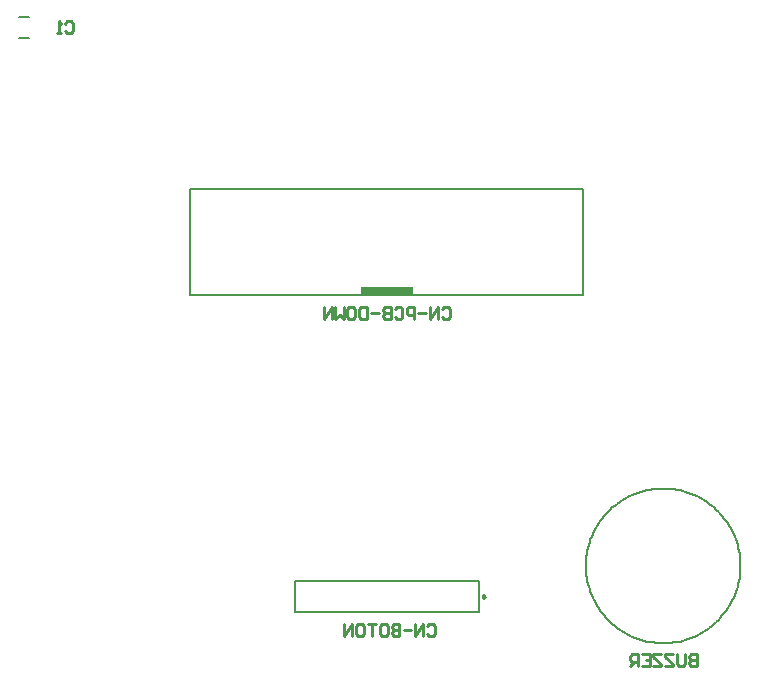
<source format=gbo>
%FSTAX23Y23*%
%MOIN*%
%SFA1B1*%

%IPPOS*%
%ADD10C,0.007870*%
%ADD12C,0.010000*%
%ADD29C,0.005910*%
%ADD30C,0.009840*%
%ADD31R,0.177170X0.031500*%
%LNpcb_front-1*%
%LPD*%
G54D10*
X02623Y01791D02*
Y02145D01*
X01313Y01791D02*
X02623D01*
X01313Y02145D02*
X02623D01*
X01313Y01791D02*
Y02145D01*
X01662Y00734D02*
Y0084D01*
X02274*
Y00734D02*
Y0084D01*
X01662Y00734D02*
X02274D01*
X00743Y0265D02*
X00776D01*
X00743Y02719D02*
X00776D01*
G54D12*
X02152Y01745D02*
X02158Y01751D01*
X02171*
X02178Y01745*
Y01719*
X02171Y01712*
X02158*
X02152Y01719*
X02139Y01712D02*
Y01751D01*
X02112Y01712*
Y01751*
X02099Y01732D02*
X02073D01*
X0206Y01712D02*
Y01751D01*
X0204*
X02034Y01745*
Y01732*
X0204Y01725*
X0206*
X01994Y01745D02*
X02001Y01751D01*
X02014*
X0202Y01745*
Y01719*
X02014Y01712*
X02001*
X01994Y01719*
X01981Y01751D02*
Y01712D01*
X01961*
X01955Y01719*
Y01725*
X01961Y01732*
X01981*
X01961*
X01955Y01738*
Y01745*
X01961Y01751*
X01981*
X01942Y01732D02*
X01916D01*
X01902Y01751D02*
Y01712D01*
X01883*
X01876Y01719*
Y01745*
X01883Y01751*
X01902*
X01843D02*
X01856D01*
X01863Y01745*
Y01719*
X01856Y01712*
X01843*
X01837Y01719*
Y01745*
X01843Y01751*
X01824D02*
Y01712D01*
X01811Y01725*
X01797Y01712*
Y01751*
X01784Y01712D02*
Y01751D01*
X01758Y01712*
Y01751*
X02102Y00688D02*
X02109Y00695D01*
X02122*
X02129Y00688*
Y00662*
X02122Y00656*
X02109*
X02102Y00662*
X02089Y00656D02*
Y00695D01*
X02063Y00656*
Y00695*
X0205Y00675D02*
X02024D01*
X0201Y00695D02*
Y00656D01*
X01991*
X01984Y00662*
Y00669*
X01991Y00675*
X0201*
X01991*
X01984Y00682*
Y00688*
X01991Y00695*
X0201*
X01951D02*
X01965D01*
X01971Y00688*
Y00662*
X01965Y00656*
X01951*
X01945Y00662*
Y00688*
X01951Y00695*
X01932D02*
X01905D01*
X01919*
Y00656*
X01873Y00695D02*
X01886D01*
X01892Y00688*
Y00662*
X01886Y00656*
X01873*
X01866Y00662*
Y00688*
X01873Y00695*
X01853Y00656D02*
Y00695D01*
X01827Y00656*
Y00695*
X00895Y02697D02*
X00902Y02704D01*
X00915*
X00922Y02697*
Y02671*
X00915Y02665*
X00902*
X00895Y02671*
X00882Y02665D02*
X00869D01*
X00876*
Y02704*
X00882Y02697*
X03002Y00594D02*
Y00555D01*
X02982*
X02975Y00561*
Y00568*
X02982Y00574*
X03002*
X02982*
X02975Y00581*
Y00587*
X02982Y00594*
X03002*
X02962D02*
Y00561D01*
X02956Y00555*
X02942*
X02936Y00561*
Y00594*
X02923D02*
X02897D01*
Y00587*
X02923Y00561*
Y00555*
X02897*
X02883Y00594D02*
X02857D01*
Y00587*
X02883Y00561*
Y00555*
X02857*
X02818Y00594D02*
X02844D01*
Y00555*
X02818*
X02844Y00574D02*
X02831D01*
X02805Y00555D02*
Y00594D01*
X02785*
X02778Y00587*
Y00574*
X02785Y00568*
X02805*
X02792D02*
X02778Y00555D01*
G54D29*
X03147Y0089D02*
X03147Y009D01*
X03147Y00909*
X03146Y00919*
X03144Y00929*
X03143Y00939*
X0314Y00949*
X03138Y00959*
X03135Y00968*
X03132Y00978*
X03128Y00987*
X03124Y00996*
X0312Y01005*
X03115Y01014*
X0311Y01023*
X03105Y01031*
X03099Y01039*
X03093Y01047*
X03087Y01055*
X0308Y01063*
X03074Y0107*
X03066Y01077*
X03059Y01084*
X03051Y0109*
X03043Y01096*
X03035Y01102*
X03027Y01108*
X03018Y01113*
X0301Y01118*
X03001Y01122*
X02992Y01126*
X02982Y0113*
X02973Y01133*
X02963Y01137*
X02954Y01139*
X02944Y01142*
X02934Y01143*
X02924Y01145*
X02914Y01146*
X02904Y01147*
X02895Y01147*
X02885*
X02875Y01147*
X02865Y01146*
X02855Y01145*
X02845Y01143*
X02835Y01142*
X02825Y01139*
X02816Y01137*
X02806Y01133*
X02797Y0113*
X02787Y01126*
X02778Y01122*
X02769Y01118*
X02761Y01113*
X02752Y01108*
X02744Y01102*
X02736Y01096*
X02728Y0109*
X0272Y01084*
X02713Y01077*
X02705Y0107*
X02699Y01063*
X02692Y01055*
X02686Y01047*
X0268Y01039*
X02674Y01031*
X02669Y01023*
X02664Y01014*
X02659Y01005*
X02655Y00996*
X02651Y00987*
X02647Y00978*
X02644Y00968*
X02641Y00959*
X02639Y00949*
X02636Y00939*
X02635Y00929*
X02633Y00919*
X02632Y00909*
X02632Y009*
X02632Y0089*
X02632Y0088*
X02632Y0087*
X02633Y0086*
X02635Y0085*
X02636Y0084*
X02639Y0083*
X02641Y0082*
X02644Y00811*
X02647Y00801*
X02651Y00792*
X02655Y00783*
X02659Y00774*
X02664Y00765*
X02669Y00756*
X02674Y00748*
X0268Y0074*
X02686Y00732*
X02692Y00724*
X02699Y00716*
X02705Y00709*
X02713Y00702*
X0272Y00695*
X02728Y00689*
X02736Y00683*
X02744Y00677*
X02752Y00671*
X02761Y00666*
X02769Y00661*
X02778Y00657*
X02787Y00653*
X02797Y00649*
X02806Y00646*
X02816Y00642*
X02825Y0064*
X02835Y00637*
X02845Y00636*
X02855Y00634*
X02865Y00633*
X02875Y00632*
X02885Y00632*
X02895*
X02905Y00632*
X02914Y00633*
X02924Y00634*
X02934Y00636*
X02944Y00637*
X02954Y0064*
X02963Y00642*
X02973Y00646*
X02982Y00649*
X02992Y00653*
X03001Y00657*
X0301Y00661*
X03018Y00666*
X03027Y00671*
X03035Y00677*
X03043Y00683*
X03051Y00689*
X03059Y00695*
X03066Y00702*
X03074Y00709*
X0308Y00716*
X03087Y00724*
X03093Y00732*
X03099Y0074*
X03105Y00748*
X0311Y00756*
X03115Y00765*
X0312Y00774*
X03124Y00783*
X03128Y00792*
X03132Y00801*
X03135Y00811*
X03138Y0082*
X0314Y0083*
X03143Y0084*
X03144Y0085*
X03146Y0086*
X03147Y0087*
X03147Y0088*
X03147Y0089*
G54D30*
X02297Y00787D02*
X02289Y00791D01*
Y00783*
X02297Y00787*
G54D31*
X01968Y01807D03*
M02*
</source>
